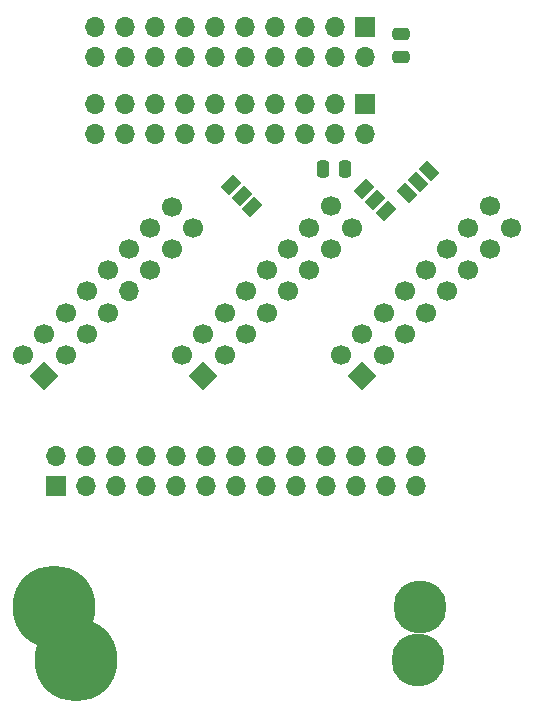
<source format=gbr>
%TF.GenerationSoftware,KiCad,Pcbnew,8.0.4*%
%TF.CreationDate,2024-12-17T16:18:45+07:00*%
%TF.ProjectId,16p_26p_adapter,3136705f-3236-4705-9f61-646170746572,rev?*%
%TF.SameCoordinates,Original*%
%TF.FileFunction,Soldermask,Top*%
%TF.FilePolarity,Negative*%
%FSLAX46Y46*%
G04 Gerber Fmt 4.6, Leading zero omitted, Abs format (unit mm)*
G04 Created by KiCad (PCBNEW 8.0.4) date 2024-12-17 16:18:45*
%MOMM*%
%LPD*%
G01*
G04 APERTURE LIST*
G04 Aperture macros list*
%AMRoundRect*
0 Rectangle with rounded corners*
0 $1 Rounding radius*
0 $2 $3 $4 $5 $6 $7 $8 $9 X,Y pos of 4 corners*
0 Add a 4 corners polygon primitive as box body*
4,1,4,$2,$3,$4,$5,$6,$7,$8,$9,$2,$3,0*
0 Add four circle primitives for the rounded corners*
1,1,$1+$1,$2,$3*
1,1,$1+$1,$4,$5*
1,1,$1+$1,$6,$7*
1,1,$1+$1,$8,$9*
0 Add four rect primitives between the rounded corners*
20,1,$1+$1,$2,$3,$4,$5,0*
20,1,$1+$1,$4,$5,$6,$7,0*
20,1,$1+$1,$6,$7,$8,$9,0*
20,1,$1+$1,$8,$9,$2,$3,0*%
%AMHorizOval*
0 Thick line with rounded ends*
0 $1 width*
0 $2 $3 position (X,Y) of the first rounded end (center of the circle)*
0 $4 $5 position (X,Y) of the second rounded end (center of the circle)*
0 Add line between two ends*
20,1,$1,$2,$3,$4,$5,0*
0 Add two circle primitives to create the rounded ends*
1,1,$1,$2,$3*
1,1,$1,$4,$5*%
%AMRotRect*
0 Rectangle, with rotation*
0 The origin of the aperture is its center*
0 $1 length*
0 $2 width*
0 $3 Rotation angle, in degrees counterclockwise*
0 Add horizontal line*
21,1,$1,$2,0,0,$3*%
G04 Aperture macros list end*
%ADD10RoundRect,0.250000X0.250000X0.475000X-0.250000X0.475000X-0.250000X-0.475000X0.250000X-0.475000X0*%
%ADD11R,1.700000X1.700000*%
%ADD12O,1.700000X1.700000*%
%ADD13RotRect,1.000000X1.500000X225.000000*%
%ADD14C,4.500000*%
%ADD15RotRect,1.000000X1.500000X315.000000*%
%ADD16RoundRect,0.250000X0.475000X-0.250000X0.475000X0.250000X-0.475000X0.250000X-0.475000X-0.250000X0*%
%ADD17C,0.800000*%
%ADD18C,7.000000*%
%ADD19RotRect,1.700000X1.700000X315.000000*%
%ADD20HorizOval,1.700000X0.000000X0.000000X0.000000X0.000000X0*%
G04 APERTURE END LIST*
D10*
%TO.C,C7*%
X52842199Y-32410400D03*
X50942201Y-32410400D03*
%TD*%
D11*
%TO.C,J14*%
X28322800Y-59282400D03*
D12*
X28322800Y-56742400D03*
X30862800Y-59282400D03*
X30862800Y-56742400D03*
X33402799Y-59282400D03*
X33402800Y-56742400D03*
X35942800Y-59282400D03*
X35942800Y-56742400D03*
X38482800Y-59282400D03*
X38482800Y-56742400D03*
X41022800Y-59282400D03*
X41022800Y-56742400D03*
X43562800Y-59282400D03*
X43562800Y-56742400D03*
X46102801Y-59282400D03*
X46102800Y-56742400D03*
X48642800Y-59282400D03*
X48642800Y-56742400D03*
X51182800Y-59282400D03*
X51182800Y-56742400D03*
X53722800Y-59282400D03*
X53722800Y-56742400D03*
X56262799Y-59282400D03*
X56262800Y-56742400D03*
X58802800Y-59282400D03*
X58802800Y-56742400D03*
%TD*%
D11*
%TO.C,J18*%
X54526200Y-20422600D03*
D12*
X54526200Y-22962600D03*
X51986200Y-20422600D03*
X51986200Y-22962600D03*
X49446201Y-20422600D03*
X49446200Y-22962600D03*
X46906200Y-20422600D03*
X46906200Y-22962600D03*
X44366200Y-20422600D03*
X44366200Y-22962600D03*
X41826200Y-20422600D03*
X41826200Y-22962600D03*
X39286200Y-20422600D03*
X39286200Y-22962600D03*
X36746199Y-20422600D03*
X36746200Y-22962600D03*
X34206200Y-20422600D03*
X34206200Y-22962600D03*
X31666200Y-20422600D03*
X31666200Y-22962600D03*
%TD*%
D13*
%TO.C,JP1*%
X59950639Y-32607561D03*
X59031400Y-33526800D03*
X58112161Y-34446039D03*
%TD*%
D14*
%TO.C,H9*%
X59026200Y-73952600D03*
%TD*%
D15*
%TO.C,JP2*%
X54449722Y-34152122D03*
X55368961Y-35071361D03*
X56288200Y-35990600D03*
%TD*%
D11*
%TO.C,J19*%
X54526200Y-26952600D03*
D12*
X54526200Y-29492600D03*
X51986200Y-26952600D03*
X51986200Y-29492600D03*
X49446201Y-26952600D03*
X49446200Y-29492600D03*
X46906200Y-26952600D03*
X46906200Y-29492600D03*
X44366200Y-26952600D03*
X44366200Y-29492600D03*
X41826200Y-26952600D03*
X41826200Y-29492600D03*
X39286200Y-26952600D03*
X39286200Y-29492600D03*
X36746199Y-26952600D03*
X36746200Y-29492600D03*
X34206200Y-26952600D03*
X34206200Y-29492600D03*
X31666200Y-26952600D03*
X31666200Y-29492600D03*
%TD*%
D15*
%TO.C,JP3*%
X43151561Y-33801361D03*
X44070800Y-34720600D03*
X44990039Y-35639839D03*
%TD*%
D16*
%TO.C,C5*%
X57558200Y-22904598D03*
X57558200Y-21004600D03*
%TD*%
D14*
%TO.C,H5*%
X59180200Y-69516600D03*
%TD*%
D17*
%TO.C,H10*%
X27401200Y-73952600D03*
X28170045Y-72096445D03*
X28170045Y-75808755D03*
X30026200Y-71327600D03*
D18*
X30026200Y-73952600D03*
D17*
X30026200Y-76577600D03*
X31882355Y-72096445D03*
X31882355Y-75808755D03*
X32651200Y-73952600D03*
%TD*%
%TO.C,H6*%
X25567200Y-69516600D03*
X26336045Y-67660445D03*
X26336045Y-71372755D03*
X28192200Y-66891600D03*
D18*
X28192200Y-69516600D03*
D17*
X28192200Y-72141600D03*
X30048355Y-67660445D03*
X30048355Y-71372755D03*
X30817200Y-69516600D03*
%TD*%
D19*
%TO.C,J13*%
X27374200Y-49962600D03*
D20*
X25578149Y-48166549D03*
X29170251Y-48166549D03*
X27374200Y-46370498D03*
X30966302Y-46370498D03*
X29170251Y-44574446D03*
X32762354Y-44574446D03*
X30966302Y-42778395D03*
D12*
X34558405Y-42778395D03*
D20*
X32762354Y-40982344D03*
X36354456Y-40982344D03*
X34558405Y-39186293D03*
X38150507Y-39186293D03*
X36354456Y-37390241D03*
X39946559Y-37390241D03*
X38150507Y-35594190D03*
%TD*%
D19*
%TO.C,J16*%
X54298200Y-49958600D03*
D20*
X52502149Y-48162549D03*
X56094251Y-48162549D03*
X54298200Y-46366498D03*
X57890302Y-46366498D03*
X56094251Y-44570446D03*
X59686354Y-44570446D03*
X57890302Y-42774395D03*
X61482405Y-42774395D03*
X59686354Y-40978344D03*
X63278456Y-40978344D03*
X61482405Y-39182293D03*
X65074507Y-39182293D03*
X63278456Y-37386241D03*
X66870559Y-37386241D03*
X65074507Y-35590190D03*
%TD*%
D19*
%TO.C,J15*%
X40836200Y-49958600D03*
D20*
X39040149Y-48162549D03*
X42632251Y-48162549D03*
X40836200Y-46366498D03*
X44428302Y-46366498D03*
X42632251Y-44570446D03*
X46224354Y-44570446D03*
X44428302Y-42774395D03*
X48020405Y-42774395D03*
X46224354Y-40978344D03*
X49816456Y-40978344D03*
X48020405Y-39182293D03*
X51612507Y-39182293D03*
X49816456Y-37386241D03*
X53408559Y-37386241D03*
X51612507Y-35590190D03*
%TD*%
M02*

</source>
